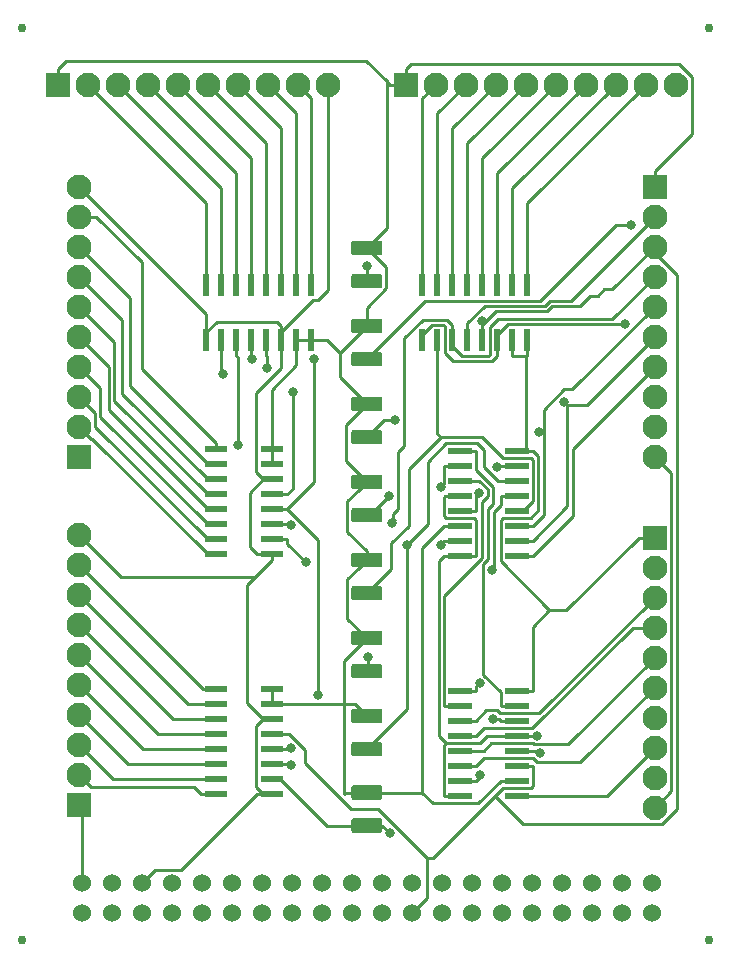
<source format=gbr>
G04 #@! TF.GenerationSoftware,KiCad,Pcbnew,(5.1.2-1)-1*
G04 #@! TF.CreationDate,2019-07-02T18:03:37-05:00*
G04 #@! TF.ProjectId,multiSPI,6d756c74-6953-4504-992e-6b696361645f,rev?*
G04 #@! TF.SameCoordinates,Original*
G04 #@! TF.FileFunction,Copper,L1,Top*
G04 #@! TF.FilePolarity,Positive*
%FSLAX46Y46*%
G04 Gerber Fmt 4.6, Leading zero omitted, Abs format (unit mm)*
G04 Created by KiCad (PCBNEW (5.1.2-1)-1) date 2019-07-02 18:03:37*
%MOMM*%
%LPD*%
G04 APERTURE LIST*
%ADD10C,0.750000*%
%ADD11C,2.100000*%
%ADD12R,2.100000X2.100000*%
%ADD13R,2.057400X0.609600*%
%ADD14R,0.558800X1.981200*%
%ADD15R,1.981200X0.558800*%
%ADD16C,1.524000*%
%ADD17C,0.100000*%
%ADD18C,1.250000*%
%ADD19C,0.800000*%
%ADD20C,0.250000*%
G04 APERTURE END LIST*
D10*
X113030000Y-121666000D03*
X171196000Y-121666000D03*
X171196000Y-44450000D03*
X113030000Y-44450000D03*
D11*
X166624000Y-110490000D03*
X166624000Y-107950000D03*
X166624000Y-105410000D03*
X166624000Y-102870000D03*
X166624000Y-100330000D03*
X166624000Y-97790000D03*
X166624000Y-95250000D03*
X166624000Y-92710000D03*
X166624000Y-90170000D03*
D12*
X166624000Y-87630000D03*
D13*
X154940000Y-100584000D03*
X154940000Y-101854000D03*
X154940000Y-103124000D03*
X154940000Y-104394000D03*
X154940000Y-105664000D03*
X154940000Y-106934000D03*
X154940000Y-108204000D03*
X154940000Y-109474000D03*
X150139400Y-109474000D03*
X150139400Y-108204000D03*
X150139400Y-106934000D03*
X150139400Y-105664000D03*
X150139400Y-104394000D03*
X150139400Y-103124000D03*
X150139400Y-101854000D03*
X150139400Y-100584000D03*
X154940000Y-80264000D03*
X154940000Y-81534000D03*
X154940000Y-82804000D03*
X154940000Y-84074000D03*
X154940000Y-85344000D03*
X154940000Y-86614000D03*
X154940000Y-87884000D03*
X154940000Y-89154000D03*
X150139400Y-89154000D03*
X150139400Y-87884000D03*
X150139400Y-86614000D03*
X150139400Y-85344000D03*
X150139400Y-84074000D03*
X150139400Y-82804000D03*
X150139400Y-81534000D03*
X150139400Y-80264000D03*
D14*
X155829000Y-70942200D03*
X154559000Y-70942200D03*
X153289000Y-70942200D03*
X152019000Y-70942200D03*
X150749000Y-70942200D03*
X149479000Y-70942200D03*
X148209000Y-70942200D03*
X146939000Y-70942200D03*
X146939000Y-66217800D03*
X148209000Y-66217800D03*
X149479000Y-66217800D03*
X150749000Y-66217800D03*
X152019000Y-66217800D03*
X153289000Y-66217800D03*
X154559000Y-66217800D03*
X155829000Y-66217800D03*
X137541000Y-70942200D03*
X136271000Y-70942200D03*
X135001000Y-70942200D03*
X133731000Y-70942200D03*
X132461000Y-70942200D03*
X131191000Y-70942200D03*
X129921000Y-70942200D03*
X128651000Y-70942200D03*
X128651000Y-66217800D03*
X129921000Y-66217800D03*
X131191000Y-66217800D03*
X132461000Y-66217800D03*
X133731000Y-66217800D03*
X135001000Y-66217800D03*
X136271000Y-66217800D03*
X137541000Y-66217800D03*
D15*
X134188200Y-80137000D03*
X134188200Y-81407000D03*
X134188200Y-82677000D03*
X134188200Y-83947000D03*
X134188200Y-85217000D03*
X134188200Y-86487000D03*
X134188200Y-87757000D03*
X134188200Y-89027000D03*
X129463800Y-89027000D03*
X129463800Y-87757000D03*
X129463800Y-86487000D03*
X129463800Y-85217000D03*
X129463800Y-83947000D03*
X129463800Y-82677000D03*
X129463800Y-81407000D03*
X129463800Y-80137000D03*
X134188200Y-100457000D03*
X134188200Y-101727000D03*
X134188200Y-102997000D03*
X134188200Y-104267000D03*
X134188200Y-105537000D03*
X134188200Y-106807000D03*
X134188200Y-108077000D03*
X134188200Y-109347000D03*
X129463800Y-109347000D03*
X129463800Y-108077000D03*
X129463800Y-106807000D03*
X129463800Y-105537000D03*
X129463800Y-104267000D03*
X129463800Y-102997000D03*
X129463800Y-101727000D03*
X129463800Y-100457000D03*
D16*
X166370000Y-116840000D03*
X166370000Y-119380000D03*
X163830000Y-116840000D03*
X163830000Y-119380000D03*
X161290000Y-116840000D03*
X161290000Y-119380000D03*
X158750000Y-116840000D03*
X158750000Y-119380000D03*
X156210000Y-116840000D03*
X156210000Y-119380000D03*
X153670000Y-116840000D03*
X153670000Y-119380000D03*
X151130000Y-116840000D03*
X151130000Y-119380000D03*
X148590000Y-116840000D03*
X148590000Y-119380000D03*
X146050000Y-116840000D03*
X146050000Y-119380000D03*
X143510000Y-116840000D03*
X143510000Y-119380000D03*
X140970000Y-116840000D03*
X140970000Y-119380000D03*
X138430000Y-116840000D03*
X138430000Y-119380000D03*
X135890000Y-116840000D03*
X135890000Y-119380000D03*
X133350000Y-116840000D03*
X133350000Y-119380000D03*
X130810000Y-116840000D03*
X130810000Y-119380000D03*
X128270000Y-116840000D03*
X128270000Y-119380000D03*
X125730000Y-116840000D03*
X125730000Y-119380000D03*
X123190000Y-116840000D03*
X123190000Y-119380000D03*
X120650000Y-116840000D03*
X120650000Y-119380000D03*
X118110000Y-116840000D03*
X118110000Y-119380000D03*
D17*
G36*
X143339504Y-62492204D02*
G01*
X143363773Y-62495804D01*
X143387571Y-62501765D01*
X143410671Y-62510030D01*
X143432849Y-62520520D01*
X143453893Y-62533133D01*
X143473598Y-62547747D01*
X143491777Y-62564223D01*
X143508253Y-62582402D01*
X143522867Y-62602107D01*
X143535480Y-62623151D01*
X143545970Y-62645329D01*
X143554235Y-62668429D01*
X143560196Y-62692227D01*
X143563796Y-62716496D01*
X143565000Y-62741000D01*
X143565000Y-63491000D01*
X143563796Y-63515504D01*
X143560196Y-63539773D01*
X143554235Y-63563571D01*
X143545970Y-63586671D01*
X143535480Y-63608849D01*
X143522867Y-63629893D01*
X143508253Y-63649598D01*
X143491777Y-63667777D01*
X143473598Y-63684253D01*
X143453893Y-63698867D01*
X143432849Y-63711480D01*
X143410671Y-63721970D01*
X143387571Y-63730235D01*
X143363773Y-63736196D01*
X143339504Y-63739796D01*
X143315000Y-63741000D01*
X141165000Y-63741000D01*
X141140496Y-63739796D01*
X141116227Y-63736196D01*
X141092429Y-63730235D01*
X141069329Y-63721970D01*
X141047151Y-63711480D01*
X141026107Y-63698867D01*
X141006402Y-63684253D01*
X140988223Y-63667777D01*
X140971747Y-63649598D01*
X140957133Y-63629893D01*
X140944520Y-63608849D01*
X140934030Y-63586671D01*
X140925765Y-63563571D01*
X140919804Y-63539773D01*
X140916204Y-63515504D01*
X140915000Y-63491000D01*
X140915000Y-62741000D01*
X140916204Y-62716496D01*
X140919804Y-62692227D01*
X140925765Y-62668429D01*
X140934030Y-62645329D01*
X140944520Y-62623151D01*
X140957133Y-62602107D01*
X140971747Y-62582402D01*
X140988223Y-62564223D01*
X141006402Y-62547747D01*
X141026107Y-62533133D01*
X141047151Y-62520520D01*
X141069329Y-62510030D01*
X141092429Y-62501765D01*
X141116227Y-62495804D01*
X141140496Y-62492204D01*
X141165000Y-62491000D01*
X143315000Y-62491000D01*
X143339504Y-62492204D01*
X143339504Y-62492204D01*
G37*
D18*
X142240000Y-63116000D03*
D17*
G36*
X143339504Y-65292204D02*
G01*
X143363773Y-65295804D01*
X143387571Y-65301765D01*
X143410671Y-65310030D01*
X143432849Y-65320520D01*
X143453893Y-65333133D01*
X143473598Y-65347747D01*
X143491777Y-65364223D01*
X143508253Y-65382402D01*
X143522867Y-65402107D01*
X143535480Y-65423151D01*
X143545970Y-65445329D01*
X143554235Y-65468429D01*
X143560196Y-65492227D01*
X143563796Y-65516496D01*
X143565000Y-65541000D01*
X143565000Y-66291000D01*
X143563796Y-66315504D01*
X143560196Y-66339773D01*
X143554235Y-66363571D01*
X143545970Y-66386671D01*
X143535480Y-66408849D01*
X143522867Y-66429893D01*
X143508253Y-66449598D01*
X143491777Y-66467777D01*
X143473598Y-66484253D01*
X143453893Y-66498867D01*
X143432849Y-66511480D01*
X143410671Y-66521970D01*
X143387571Y-66530235D01*
X143363773Y-66536196D01*
X143339504Y-66539796D01*
X143315000Y-66541000D01*
X141165000Y-66541000D01*
X141140496Y-66539796D01*
X141116227Y-66536196D01*
X141092429Y-66530235D01*
X141069329Y-66521970D01*
X141047151Y-66511480D01*
X141026107Y-66498867D01*
X141006402Y-66484253D01*
X140988223Y-66467777D01*
X140971747Y-66449598D01*
X140957133Y-66429893D01*
X140944520Y-66408849D01*
X140934030Y-66386671D01*
X140925765Y-66363571D01*
X140919804Y-66339773D01*
X140916204Y-66315504D01*
X140915000Y-66291000D01*
X140915000Y-65541000D01*
X140916204Y-65516496D01*
X140919804Y-65492227D01*
X140925765Y-65468429D01*
X140934030Y-65445329D01*
X140944520Y-65423151D01*
X140957133Y-65402107D01*
X140971747Y-65382402D01*
X140988223Y-65364223D01*
X141006402Y-65347747D01*
X141026107Y-65333133D01*
X141047151Y-65320520D01*
X141069329Y-65310030D01*
X141092429Y-65301765D01*
X141116227Y-65295804D01*
X141140496Y-65292204D01*
X141165000Y-65291000D01*
X143315000Y-65291000D01*
X143339504Y-65292204D01*
X143339504Y-65292204D01*
G37*
D18*
X142240000Y-65916000D03*
D17*
G36*
X143339504Y-69096204D02*
G01*
X143363773Y-69099804D01*
X143387571Y-69105765D01*
X143410671Y-69114030D01*
X143432849Y-69124520D01*
X143453893Y-69137133D01*
X143473598Y-69151747D01*
X143491777Y-69168223D01*
X143508253Y-69186402D01*
X143522867Y-69206107D01*
X143535480Y-69227151D01*
X143545970Y-69249329D01*
X143554235Y-69272429D01*
X143560196Y-69296227D01*
X143563796Y-69320496D01*
X143565000Y-69345000D01*
X143565000Y-70095000D01*
X143563796Y-70119504D01*
X143560196Y-70143773D01*
X143554235Y-70167571D01*
X143545970Y-70190671D01*
X143535480Y-70212849D01*
X143522867Y-70233893D01*
X143508253Y-70253598D01*
X143491777Y-70271777D01*
X143473598Y-70288253D01*
X143453893Y-70302867D01*
X143432849Y-70315480D01*
X143410671Y-70325970D01*
X143387571Y-70334235D01*
X143363773Y-70340196D01*
X143339504Y-70343796D01*
X143315000Y-70345000D01*
X141165000Y-70345000D01*
X141140496Y-70343796D01*
X141116227Y-70340196D01*
X141092429Y-70334235D01*
X141069329Y-70325970D01*
X141047151Y-70315480D01*
X141026107Y-70302867D01*
X141006402Y-70288253D01*
X140988223Y-70271777D01*
X140971747Y-70253598D01*
X140957133Y-70233893D01*
X140944520Y-70212849D01*
X140934030Y-70190671D01*
X140925765Y-70167571D01*
X140919804Y-70143773D01*
X140916204Y-70119504D01*
X140915000Y-70095000D01*
X140915000Y-69345000D01*
X140916204Y-69320496D01*
X140919804Y-69296227D01*
X140925765Y-69272429D01*
X140934030Y-69249329D01*
X140944520Y-69227151D01*
X140957133Y-69206107D01*
X140971747Y-69186402D01*
X140988223Y-69168223D01*
X141006402Y-69151747D01*
X141026107Y-69137133D01*
X141047151Y-69124520D01*
X141069329Y-69114030D01*
X141092429Y-69105765D01*
X141116227Y-69099804D01*
X141140496Y-69096204D01*
X141165000Y-69095000D01*
X143315000Y-69095000D01*
X143339504Y-69096204D01*
X143339504Y-69096204D01*
G37*
D18*
X142240000Y-69720000D03*
D17*
G36*
X143339504Y-71896204D02*
G01*
X143363773Y-71899804D01*
X143387571Y-71905765D01*
X143410671Y-71914030D01*
X143432849Y-71924520D01*
X143453893Y-71937133D01*
X143473598Y-71951747D01*
X143491777Y-71968223D01*
X143508253Y-71986402D01*
X143522867Y-72006107D01*
X143535480Y-72027151D01*
X143545970Y-72049329D01*
X143554235Y-72072429D01*
X143560196Y-72096227D01*
X143563796Y-72120496D01*
X143565000Y-72145000D01*
X143565000Y-72895000D01*
X143563796Y-72919504D01*
X143560196Y-72943773D01*
X143554235Y-72967571D01*
X143545970Y-72990671D01*
X143535480Y-73012849D01*
X143522867Y-73033893D01*
X143508253Y-73053598D01*
X143491777Y-73071777D01*
X143473598Y-73088253D01*
X143453893Y-73102867D01*
X143432849Y-73115480D01*
X143410671Y-73125970D01*
X143387571Y-73134235D01*
X143363773Y-73140196D01*
X143339504Y-73143796D01*
X143315000Y-73145000D01*
X141165000Y-73145000D01*
X141140496Y-73143796D01*
X141116227Y-73140196D01*
X141092429Y-73134235D01*
X141069329Y-73125970D01*
X141047151Y-73115480D01*
X141026107Y-73102867D01*
X141006402Y-73088253D01*
X140988223Y-73071777D01*
X140971747Y-73053598D01*
X140957133Y-73033893D01*
X140944520Y-73012849D01*
X140934030Y-72990671D01*
X140925765Y-72967571D01*
X140919804Y-72943773D01*
X140916204Y-72919504D01*
X140915000Y-72895000D01*
X140915000Y-72145000D01*
X140916204Y-72120496D01*
X140919804Y-72096227D01*
X140925765Y-72072429D01*
X140934030Y-72049329D01*
X140944520Y-72027151D01*
X140957133Y-72006107D01*
X140971747Y-71986402D01*
X140988223Y-71968223D01*
X141006402Y-71951747D01*
X141026107Y-71937133D01*
X141047151Y-71924520D01*
X141069329Y-71914030D01*
X141092429Y-71905765D01*
X141116227Y-71899804D01*
X141140496Y-71896204D01*
X141165000Y-71895000D01*
X143315000Y-71895000D01*
X143339504Y-71896204D01*
X143339504Y-71896204D01*
G37*
D18*
X142240000Y-72520000D03*
D17*
G36*
X143339504Y-75700204D02*
G01*
X143363773Y-75703804D01*
X143387571Y-75709765D01*
X143410671Y-75718030D01*
X143432849Y-75728520D01*
X143453893Y-75741133D01*
X143473598Y-75755747D01*
X143491777Y-75772223D01*
X143508253Y-75790402D01*
X143522867Y-75810107D01*
X143535480Y-75831151D01*
X143545970Y-75853329D01*
X143554235Y-75876429D01*
X143560196Y-75900227D01*
X143563796Y-75924496D01*
X143565000Y-75949000D01*
X143565000Y-76699000D01*
X143563796Y-76723504D01*
X143560196Y-76747773D01*
X143554235Y-76771571D01*
X143545970Y-76794671D01*
X143535480Y-76816849D01*
X143522867Y-76837893D01*
X143508253Y-76857598D01*
X143491777Y-76875777D01*
X143473598Y-76892253D01*
X143453893Y-76906867D01*
X143432849Y-76919480D01*
X143410671Y-76929970D01*
X143387571Y-76938235D01*
X143363773Y-76944196D01*
X143339504Y-76947796D01*
X143315000Y-76949000D01*
X141165000Y-76949000D01*
X141140496Y-76947796D01*
X141116227Y-76944196D01*
X141092429Y-76938235D01*
X141069329Y-76929970D01*
X141047151Y-76919480D01*
X141026107Y-76906867D01*
X141006402Y-76892253D01*
X140988223Y-76875777D01*
X140971747Y-76857598D01*
X140957133Y-76837893D01*
X140944520Y-76816849D01*
X140934030Y-76794671D01*
X140925765Y-76771571D01*
X140919804Y-76747773D01*
X140916204Y-76723504D01*
X140915000Y-76699000D01*
X140915000Y-75949000D01*
X140916204Y-75924496D01*
X140919804Y-75900227D01*
X140925765Y-75876429D01*
X140934030Y-75853329D01*
X140944520Y-75831151D01*
X140957133Y-75810107D01*
X140971747Y-75790402D01*
X140988223Y-75772223D01*
X141006402Y-75755747D01*
X141026107Y-75741133D01*
X141047151Y-75728520D01*
X141069329Y-75718030D01*
X141092429Y-75709765D01*
X141116227Y-75703804D01*
X141140496Y-75700204D01*
X141165000Y-75699000D01*
X143315000Y-75699000D01*
X143339504Y-75700204D01*
X143339504Y-75700204D01*
G37*
D18*
X142240000Y-76324000D03*
D17*
G36*
X143339504Y-78500204D02*
G01*
X143363773Y-78503804D01*
X143387571Y-78509765D01*
X143410671Y-78518030D01*
X143432849Y-78528520D01*
X143453893Y-78541133D01*
X143473598Y-78555747D01*
X143491777Y-78572223D01*
X143508253Y-78590402D01*
X143522867Y-78610107D01*
X143535480Y-78631151D01*
X143545970Y-78653329D01*
X143554235Y-78676429D01*
X143560196Y-78700227D01*
X143563796Y-78724496D01*
X143565000Y-78749000D01*
X143565000Y-79499000D01*
X143563796Y-79523504D01*
X143560196Y-79547773D01*
X143554235Y-79571571D01*
X143545970Y-79594671D01*
X143535480Y-79616849D01*
X143522867Y-79637893D01*
X143508253Y-79657598D01*
X143491777Y-79675777D01*
X143473598Y-79692253D01*
X143453893Y-79706867D01*
X143432849Y-79719480D01*
X143410671Y-79729970D01*
X143387571Y-79738235D01*
X143363773Y-79744196D01*
X143339504Y-79747796D01*
X143315000Y-79749000D01*
X141165000Y-79749000D01*
X141140496Y-79747796D01*
X141116227Y-79744196D01*
X141092429Y-79738235D01*
X141069329Y-79729970D01*
X141047151Y-79719480D01*
X141026107Y-79706867D01*
X141006402Y-79692253D01*
X140988223Y-79675777D01*
X140971747Y-79657598D01*
X140957133Y-79637893D01*
X140944520Y-79616849D01*
X140934030Y-79594671D01*
X140925765Y-79571571D01*
X140919804Y-79547773D01*
X140916204Y-79523504D01*
X140915000Y-79499000D01*
X140915000Y-78749000D01*
X140916204Y-78724496D01*
X140919804Y-78700227D01*
X140925765Y-78676429D01*
X140934030Y-78653329D01*
X140944520Y-78631151D01*
X140957133Y-78610107D01*
X140971747Y-78590402D01*
X140988223Y-78572223D01*
X141006402Y-78555747D01*
X141026107Y-78541133D01*
X141047151Y-78528520D01*
X141069329Y-78518030D01*
X141092429Y-78509765D01*
X141116227Y-78503804D01*
X141140496Y-78500204D01*
X141165000Y-78499000D01*
X143315000Y-78499000D01*
X143339504Y-78500204D01*
X143339504Y-78500204D01*
G37*
D18*
X142240000Y-79124000D03*
D17*
G36*
X143339504Y-82304204D02*
G01*
X143363773Y-82307804D01*
X143387571Y-82313765D01*
X143410671Y-82322030D01*
X143432849Y-82332520D01*
X143453893Y-82345133D01*
X143473598Y-82359747D01*
X143491777Y-82376223D01*
X143508253Y-82394402D01*
X143522867Y-82414107D01*
X143535480Y-82435151D01*
X143545970Y-82457329D01*
X143554235Y-82480429D01*
X143560196Y-82504227D01*
X143563796Y-82528496D01*
X143565000Y-82553000D01*
X143565000Y-83303000D01*
X143563796Y-83327504D01*
X143560196Y-83351773D01*
X143554235Y-83375571D01*
X143545970Y-83398671D01*
X143535480Y-83420849D01*
X143522867Y-83441893D01*
X143508253Y-83461598D01*
X143491777Y-83479777D01*
X143473598Y-83496253D01*
X143453893Y-83510867D01*
X143432849Y-83523480D01*
X143410671Y-83533970D01*
X143387571Y-83542235D01*
X143363773Y-83548196D01*
X143339504Y-83551796D01*
X143315000Y-83553000D01*
X141165000Y-83553000D01*
X141140496Y-83551796D01*
X141116227Y-83548196D01*
X141092429Y-83542235D01*
X141069329Y-83533970D01*
X141047151Y-83523480D01*
X141026107Y-83510867D01*
X141006402Y-83496253D01*
X140988223Y-83479777D01*
X140971747Y-83461598D01*
X140957133Y-83441893D01*
X140944520Y-83420849D01*
X140934030Y-83398671D01*
X140925765Y-83375571D01*
X140919804Y-83351773D01*
X140916204Y-83327504D01*
X140915000Y-83303000D01*
X140915000Y-82553000D01*
X140916204Y-82528496D01*
X140919804Y-82504227D01*
X140925765Y-82480429D01*
X140934030Y-82457329D01*
X140944520Y-82435151D01*
X140957133Y-82414107D01*
X140971747Y-82394402D01*
X140988223Y-82376223D01*
X141006402Y-82359747D01*
X141026107Y-82345133D01*
X141047151Y-82332520D01*
X141069329Y-82322030D01*
X141092429Y-82313765D01*
X141116227Y-82307804D01*
X141140496Y-82304204D01*
X141165000Y-82303000D01*
X143315000Y-82303000D01*
X143339504Y-82304204D01*
X143339504Y-82304204D01*
G37*
D18*
X142240000Y-82928000D03*
D17*
G36*
X143339504Y-85104204D02*
G01*
X143363773Y-85107804D01*
X143387571Y-85113765D01*
X143410671Y-85122030D01*
X143432849Y-85132520D01*
X143453893Y-85145133D01*
X143473598Y-85159747D01*
X143491777Y-85176223D01*
X143508253Y-85194402D01*
X143522867Y-85214107D01*
X143535480Y-85235151D01*
X143545970Y-85257329D01*
X143554235Y-85280429D01*
X143560196Y-85304227D01*
X143563796Y-85328496D01*
X143565000Y-85353000D01*
X143565000Y-86103000D01*
X143563796Y-86127504D01*
X143560196Y-86151773D01*
X143554235Y-86175571D01*
X143545970Y-86198671D01*
X143535480Y-86220849D01*
X143522867Y-86241893D01*
X143508253Y-86261598D01*
X143491777Y-86279777D01*
X143473598Y-86296253D01*
X143453893Y-86310867D01*
X143432849Y-86323480D01*
X143410671Y-86333970D01*
X143387571Y-86342235D01*
X143363773Y-86348196D01*
X143339504Y-86351796D01*
X143315000Y-86353000D01*
X141165000Y-86353000D01*
X141140496Y-86351796D01*
X141116227Y-86348196D01*
X141092429Y-86342235D01*
X141069329Y-86333970D01*
X141047151Y-86323480D01*
X141026107Y-86310867D01*
X141006402Y-86296253D01*
X140988223Y-86279777D01*
X140971747Y-86261598D01*
X140957133Y-86241893D01*
X140944520Y-86220849D01*
X140934030Y-86198671D01*
X140925765Y-86175571D01*
X140919804Y-86151773D01*
X140916204Y-86127504D01*
X140915000Y-86103000D01*
X140915000Y-85353000D01*
X140916204Y-85328496D01*
X140919804Y-85304227D01*
X140925765Y-85280429D01*
X140934030Y-85257329D01*
X140944520Y-85235151D01*
X140957133Y-85214107D01*
X140971747Y-85194402D01*
X140988223Y-85176223D01*
X141006402Y-85159747D01*
X141026107Y-85145133D01*
X141047151Y-85132520D01*
X141069329Y-85122030D01*
X141092429Y-85113765D01*
X141116227Y-85107804D01*
X141140496Y-85104204D01*
X141165000Y-85103000D01*
X143315000Y-85103000D01*
X143339504Y-85104204D01*
X143339504Y-85104204D01*
G37*
D18*
X142240000Y-85728000D03*
D17*
G36*
X143339504Y-88908204D02*
G01*
X143363773Y-88911804D01*
X143387571Y-88917765D01*
X143410671Y-88926030D01*
X143432849Y-88936520D01*
X143453893Y-88949133D01*
X143473598Y-88963747D01*
X143491777Y-88980223D01*
X143508253Y-88998402D01*
X143522867Y-89018107D01*
X143535480Y-89039151D01*
X143545970Y-89061329D01*
X143554235Y-89084429D01*
X143560196Y-89108227D01*
X143563796Y-89132496D01*
X143565000Y-89157000D01*
X143565000Y-89907000D01*
X143563796Y-89931504D01*
X143560196Y-89955773D01*
X143554235Y-89979571D01*
X143545970Y-90002671D01*
X143535480Y-90024849D01*
X143522867Y-90045893D01*
X143508253Y-90065598D01*
X143491777Y-90083777D01*
X143473598Y-90100253D01*
X143453893Y-90114867D01*
X143432849Y-90127480D01*
X143410671Y-90137970D01*
X143387571Y-90146235D01*
X143363773Y-90152196D01*
X143339504Y-90155796D01*
X143315000Y-90157000D01*
X141165000Y-90157000D01*
X141140496Y-90155796D01*
X141116227Y-90152196D01*
X141092429Y-90146235D01*
X141069329Y-90137970D01*
X141047151Y-90127480D01*
X141026107Y-90114867D01*
X141006402Y-90100253D01*
X140988223Y-90083777D01*
X140971747Y-90065598D01*
X140957133Y-90045893D01*
X140944520Y-90024849D01*
X140934030Y-90002671D01*
X140925765Y-89979571D01*
X140919804Y-89955773D01*
X140916204Y-89931504D01*
X140915000Y-89907000D01*
X140915000Y-89157000D01*
X140916204Y-89132496D01*
X140919804Y-89108227D01*
X140925765Y-89084429D01*
X140934030Y-89061329D01*
X140944520Y-89039151D01*
X140957133Y-89018107D01*
X140971747Y-88998402D01*
X140988223Y-88980223D01*
X141006402Y-88963747D01*
X141026107Y-88949133D01*
X141047151Y-88936520D01*
X141069329Y-88926030D01*
X141092429Y-88917765D01*
X141116227Y-88911804D01*
X141140496Y-88908204D01*
X141165000Y-88907000D01*
X143315000Y-88907000D01*
X143339504Y-88908204D01*
X143339504Y-88908204D01*
G37*
D18*
X142240000Y-89532000D03*
D17*
G36*
X143339504Y-91708204D02*
G01*
X143363773Y-91711804D01*
X143387571Y-91717765D01*
X143410671Y-91726030D01*
X143432849Y-91736520D01*
X143453893Y-91749133D01*
X143473598Y-91763747D01*
X143491777Y-91780223D01*
X143508253Y-91798402D01*
X143522867Y-91818107D01*
X143535480Y-91839151D01*
X143545970Y-91861329D01*
X143554235Y-91884429D01*
X143560196Y-91908227D01*
X143563796Y-91932496D01*
X143565000Y-91957000D01*
X143565000Y-92707000D01*
X143563796Y-92731504D01*
X143560196Y-92755773D01*
X143554235Y-92779571D01*
X143545970Y-92802671D01*
X143535480Y-92824849D01*
X143522867Y-92845893D01*
X143508253Y-92865598D01*
X143491777Y-92883777D01*
X143473598Y-92900253D01*
X143453893Y-92914867D01*
X143432849Y-92927480D01*
X143410671Y-92937970D01*
X143387571Y-92946235D01*
X143363773Y-92952196D01*
X143339504Y-92955796D01*
X143315000Y-92957000D01*
X141165000Y-92957000D01*
X141140496Y-92955796D01*
X141116227Y-92952196D01*
X141092429Y-92946235D01*
X141069329Y-92937970D01*
X141047151Y-92927480D01*
X141026107Y-92914867D01*
X141006402Y-92900253D01*
X140988223Y-92883777D01*
X140971747Y-92865598D01*
X140957133Y-92845893D01*
X140944520Y-92824849D01*
X140934030Y-92802671D01*
X140925765Y-92779571D01*
X140919804Y-92755773D01*
X140916204Y-92731504D01*
X140915000Y-92707000D01*
X140915000Y-91957000D01*
X140916204Y-91932496D01*
X140919804Y-91908227D01*
X140925765Y-91884429D01*
X140934030Y-91861329D01*
X140944520Y-91839151D01*
X140957133Y-91818107D01*
X140971747Y-91798402D01*
X140988223Y-91780223D01*
X141006402Y-91763747D01*
X141026107Y-91749133D01*
X141047151Y-91736520D01*
X141069329Y-91726030D01*
X141092429Y-91717765D01*
X141116227Y-91711804D01*
X141140496Y-91708204D01*
X141165000Y-91707000D01*
X143315000Y-91707000D01*
X143339504Y-91708204D01*
X143339504Y-91708204D01*
G37*
D18*
X142240000Y-92332000D03*
D17*
G36*
X143339504Y-95512204D02*
G01*
X143363773Y-95515804D01*
X143387571Y-95521765D01*
X143410671Y-95530030D01*
X143432849Y-95540520D01*
X143453893Y-95553133D01*
X143473598Y-95567747D01*
X143491777Y-95584223D01*
X143508253Y-95602402D01*
X143522867Y-95622107D01*
X143535480Y-95643151D01*
X143545970Y-95665329D01*
X143554235Y-95688429D01*
X143560196Y-95712227D01*
X143563796Y-95736496D01*
X143565000Y-95761000D01*
X143565000Y-96511000D01*
X143563796Y-96535504D01*
X143560196Y-96559773D01*
X143554235Y-96583571D01*
X143545970Y-96606671D01*
X143535480Y-96628849D01*
X143522867Y-96649893D01*
X143508253Y-96669598D01*
X143491777Y-96687777D01*
X143473598Y-96704253D01*
X143453893Y-96718867D01*
X143432849Y-96731480D01*
X143410671Y-96741970D01*
X143387571Y-96750235D01*
X143363773Y-96756196D01*
X143339504Y-96759796D01*
X143315000Y-96761000D01*
X141165000Y-96761000D01*
X141140496Y-96759796D01*
X141116227Y-96756196D01*
X141092429Y-96750235D01*
X141069329Y-96741970D01*
X141047151Y-96731480D01*
X141026107Y-96718867D01*
X141006402Y-96704253D01*
X140988223Y-96687777D01*
X140971747Y-96669598D01*
X140957133Y-96649893D01*
X140944520Y-96628849D01*
X140934030Y-96606671D01*
X140925765Y-96583571D01*
X140919804Y-96559773D01*
X140916204Y-96535504D01*
X140915000Y-96511000D01*
X140915000Y-95761000D01*
X140916204Y-95736496D01*
X140919804Y-95712227D01*
X140925765Y-95688429D01*
X140934030Y-95665329D01*
X140944520Y-95643151D01*
X140957133Y-95622107D01*
X140971747Y-95602402D01*
X140988223Y-95584223D01*
X141006402Y-95567747D01*
X141026107Y-95553133D01*
X141047151Y-95540520D01*
X141069329Y-95530030D01*
X141092429Y-95521765D01*
X141116227Y-95515804D01*
X141140496Y-95512204D01*
X141165000Y-95511000D01*
X143315000Y-95511000D01*
X143339504Y-95512204D01*
X143339504Y-95512204D01*
G37*
D18*
X142240000Y-96136000D03*
D17*
G36*
X143339504Y-98312204D02*
G01*
X143363773Y-98315804D01*
X143387571Y-98321765D01*
X143410671Y-98330030D01*
X143432849Y-98340520D01*
X143453893Y-98353133D01*
X143473598Y-98367747D01*
X143491777Y-98384223D01*
X143508253Y-98402402D01*
X143522867Y-98422107D01*
X143535480Y-98443151D01*
X143545970Y-98465329D01*
X143554235Y-98488429D01*
X143560196Y-98512227D01*
X143563796Y-98536496D01*
X143565000Y-98561000D01*
X143565000Y-99311000D01*
X143563796Y-99335504D01*
X143560196Y-99359773D01*
X143554235Y-99383571D01*
X143545970Y-99406671D01*
X143535480Y-99428849D01*
X143522867Y-99449893D01*
X143508253Y-99469598D01*
X143491777Y-99487777D01*
X143473598Y-99504253D01*
X143453893Y-99518867D01*
X143432849Y-99531480D01*
X143410671Y-99541970D01*
X143387571Y-99550235D01*
X143363773Y-99556196D01*
X143339504Y-99559796D01*
X143315000Y-99561000D01*
X141165000Y-99561000D01*
X141140496Y-99559796D01*
X141116227Y-99556196D01*
X141092429Y-99550235D01*
X141069329Y-99541970D01*
X141047151Y-99531480D01*
X141026107Y-99518867D01*
X141006402Y-99504253D01*
X140988223Y-99487777D01*
X140971747Y-99469598D01*
X140957133Y-99449893D01*
X140944520Y-99428849D01*
X140934030Y-99406671D01*
X140925765Y-99383571D01*
X140919804Y-99359773D01*
X140916204Y-99335504D01*
X140915000Y-99311000D01*
X140915000Y-98561000D01*
X140916204Y-98536496D01*
X140919804Y-98512227D01*
X140925765Y-98488429D01*
X140934030Y-98465329D01*
X140944520Y-98443151D01*
X140957133Y-98422107D01*
X140971747Y-98402402D01*
X140988223Y-98384223D01*
X141006402Y-98367747D01*
X141026107Y-98353133D01*
X141047151Y-98340520D01*
X141069329Y-98330030D01*
X141092429Y-98321765D01*
X141116227Y-98315804D01*
X141140496Y-98312204D01*
X141165000Y-98311000D01*
X143315000Y-98311000D01*
X143339504Y-98312204D01*
X143339504Y-98312204D01*
G37*
D18*
X142240000Y-98936000D03*
D17*
G36*
X143339504Y-104916204D02*
G01*
X143363773Y-104919804D01*
X143387571Y-104925765D01*
X143410671Y-104934030D01*
X143432849Y-104944520D01*
X143453893Y-104957133D01*
X143473598Y-104971747D01*
X143491777Y-104988223D01*
X143508253Y-105006402D01*
X143522867Y-105026107D01*
X143535480Y-105047151D01*
X143545970Y-105069329D01*
X143554235Y-105092429D01*
X143560196Y-105116227D01*
X143563796Y-105140496D01*
X143565000Y-105165000D01*
X143565000Y-105915000D01*
X143563796Y-105939504D01*
X143560196Y-105963773D01*
X143554235Y-105987571D01*
X143545970Y-106010671D01*
X143535480Y-106032849D01*
X143522867Y-106053893D01*
X143508253Y-106073598D01*
X143491777Y-106091777D01*
X143473598Y-106108253D01*
X143453893Y-106122867D01*
X143432849Y-106135480D01*
X143410671Y-106145970D01*
X143387571Y-106154235D01*
X143363773Y-106160196D01*
X143339504Y-106163796D01*
X143315000Y-106165000D01*
X141165000Y-106165000D01*
X141140496Y-106163796D01*
X141116227Y-106160196D01*
X141092429Y-106154235D01*
X141069329Y-106145970D01*
X141047151Y-106135480D01*
X141026107Y-106122867D01*
X141006402Y-106108253D01*
X140988223Y-106091777D01*
X140971747Y-106073598D01*
X140957133Y-106053893D01*
X140944520Y-106032849D01*
X140934030Y-106010671D01*
X140925765Y-105987571D01*
X140919804Y-105963773D01*
X140916204Y-105939504D01*
X140915000Y-105915000D01*
X140915000Y-105165000D01*
X140916204Y-105140496D01*
X140919804Y-105116227D01*
X140925765Y-105092429D01*
X140934030Y-105069329D01*
X140944520Y-105047151D01*
X140957133Y-105026107D01*
X140971747Y-105006402D01*
X140988223Y-104988223D01*
X141006402Y-104971747D01*
X141026107Y-104957133D01*
X141047151Y-104944520D01*
X141069329Y-104934030D01*
X141092429Y-104925765D01*
X141116227Y-104919804D01*
X141140496Y-104916204D01*
X141165000Y-104915000D01*
X143315000Y-104915000D01*
X143339504Y-104916204D01*
X143339504Y-104916204D01*
G37*
D18*
X142240000Y-105540000D03*
D17*
G36*
X143339504Y-102116204D02*
G01*
X143363773Y-102119804D01*
X143387571Y-102125765D01*
X143410671Y-102134030D01*
X143432849Y-102144520D01*
X143453893Y-102157133D01*
X143473598Y-102171747D01*
X143491777Y-102188223D01*
X143508253Y-102206402D01*
X143522867Y-102226107D01*
X143535480Y-102247151D01*
X143545970Y-102269329D01*
X143554235Y-102292429D01*
X143560196Y-102316227D01*
X143563796Y-102340496D01*
X143565000Y-102365000D01*
X143565000Y-103115000D01*
X143563796Y-103139504D01*
X143560196Y-103163773D01*
X143554235Y-103187571D01*
X143545970Y-103210671D01*
X143535480Y-103232849D01*
X143522867Y-103253893D01*
X143508253Y-103273598D01*
X143491777Y-103291777D01*
X143473598Y-103308253D01*
X143453893Y-103322867D01*
X143432849Y-103335480D01*
X143410671Y-103345970D01*
X143387571Y-103354235D01*
X143363773Y-103360196D01*
X143339504Y-103363796D01*
X143315000Y-103365000D01*
X141165000Y-103365000D01*
X141140496Y-103363796D01*
X141116227Y-103360196D01*
X141092429Y-103354235D01*
X141069329Y-103345970D01*
X141047151Y-103335480D01*
X141026107Y-103322867D01*
X141006402Y-103308253D01*
X140988223Y-103291777D01*
X140971747Y-103273598D01*
X140957133Y-103253893D01*
X140944520Y-103232849D01*
X140934030Y-103210671D01*
X140925765Y-103187571D01*
X140919804Y-103163773D01*
X140916204Y-103139504D01*
X140915000Y-103115000D01*
X140915000Y-102365000D01*
X140916204Y-102340496D01*
X140919804Y-102316227D01*
X140925765Y-102292429D01*
X140934030Y-102269329D01*
X140944520Y-102247151D01*
X140957133Y-102226107D01*
X140971747Y-102206402D01*
X140988223Y-102188223D01*
X141006402Y-102171747D01*
X141026107Y-102157133D01*
X141047151Y-102144520D01*
X141069329Y-102134030D01*
X141092429Y-102125765D01*
X141116227Y-102119804D01*
X141140496Y-102116204D01*
X141165000Y-102115000D01*
X143315000Y-102115000D01*
X143339504Y-102116204D01*
X143339504Y-102116204D01*
G37*
D18*
X142240000Y-102740000D03*
D17*
G36*
X143339504Y-108596204D02*
G01*
X143363773Y-108599804D01*
X143387571Y-108605765D01*
X143410671Y-108614030D01*
X143432849Y-108624520D01*
X143453893Y-108637133D01*
X143473598Y-108651747D01*
X143491777Y-108668223D01*
X143508253Y-108686402D01*
X143522867Y-108706107D01*
X143535480Y-108727151D01*
X143545970Y-108749329D01*
X143554235Y-108772429D01*
X143560196Y-108796227D01*
X143563796Y-108820496D01*
X143565000Y-108845000D01*
X143565000Y-109595000D01*
X143563796Y-109619504D01*
X143560196Y-109643773D01*
X143554235Y-109667571D01*
X143545970Y-109690671D01*
X143535480Y-109712849D01*
X143522867Y-109733893D01*
X143508253Y-109753598D01*
X143491777Y-109771777D01*
X143473598Y-109788253D01*
X143453893Y-109802867D01*
X143432849Y-109815480D01*
X143410671Y-109825970D01*
X143387571Y-109834235D01*
X143363773Y-109840196D01*
X143339504Y-109843796D01*
X143315000Y-109845000D01*
X141165000Y-109845000D01*
X141140496Y-109843796D01*
X141116227Y-109840196D01*
X141092429Y-109834235D01*
X141069329Y-109825970D01*
X141047151Y-109815480D01*
X141026107Y-109802867D01*
X141006402Y-109788253D01*
X140988223Y-109771777D01*
X140971747Y-109753598D01*
X140957133Y-109733893D01*
X140944520Y-109712849D01*
X140934030Y-109690671D01*
X140925765Y-109667571D01*
X140919804Y-109643773D01*
X140916204Y-109619504D01*
X140915000Y-109595000D01*
X140915000Y-108845000D01*
X140916204Y-108820496D01*
X140919804Y-108796227D01*
X140925765Y-108772429D01*
X140934030Y-108749329D01*
X140944520Y-108727151D01*
X140957133Y-108706107D01*
X140971747Y-108686402D01*
X140988223Y-108668223D01*
X141006402Y-108651747D01*
X141026107Y-108637133D01*
X141047151Y-108624520D01*
X141069329Y-108614030D01*
X141092429Y-108605765D01*
X141116227Y-108599804D01*
X141140496Y-108596204D01*
X141165000Y-108595000D01*
X143315000Y-108595000D01*
X143339504Y-108596204D01*
X143339504Y-108596204D01*
G37*
D18*
X142240000Y-109220000D03*
D17*
G36*
X143339504Y-111396204D02*
G01*
X143363773Y-111399804D01*
X143387571Y-111405765D01*
X143410671Y-111414030D01*
X143432849Y-111424520D01*
X143453893Y-111437133D01*
X143473598Y-111451747D01*
X143491777Y-111468223D01*
X143508253Y-111486402D01*
X143522867Y-111506107D01*
X143535480Y-111527151D01*
X143545970Y-111549329D01*
X143554235Y-111572429D01*
X143560196Y-111596227D01*
X143563796Y-111620496D01*
X143565000Y-111645000D01*
X143565000Y-112395000D01*
X143563796Y-112419504D01*
X143560196Y-112443773D01*
X143554235Y-112467571D01*
X143545970Y-112490671D01*
X143535480Y-112512849D01*
X143522867Y-112533893D01*
X143508253Y-112553598D01*
X143491777Y-112571777D01*
X143473598Y-112588253D01*
X143453893Y-112602867D01*
X143432849Y-112615480D01*
X143410671Y-112625970D01*
X143387571Y-112634235D01*
X143363773Y-112640196D01*
X143339504Y-112643796D01*
X143315000Y-112645000D01*
X141165000Y-112645000D01*
X141140496Y-112643796D01*
X141116227Y-112640196D01*
X141092429Y-112634235D01*
X141069329Y-112625970D01*
X141047151Y-112615480D01*
X141026107Y-112602867D01*
X141006402Y-112588253D01*
X140988223Y-112571777D01*
X140971747Y-112553598D01*
X140957133Y-112533893D01*
X140944520Y-112512849D01*
X140934030Y-112490671D01*
X140925765Y-112467571D01*
X140919804Y-112443773D01*
X140916204Y-112419504D01*
X140915000Y-112395000D01*
X140915000Y-111645000D01*
X140916204Y-111620496D01*
X140919804Y-111596227D01*
X140925765Y-111572429D01*
X140934030Y-111549329D01*
X140944520Y-111527151D01*
X140957133Y-111506107D01*
X140971747Y-111486402D01*
X140988223Y-111468223D01*
X141006402Y-111451747D01*
X141026107Y-111437133D01*
X141047151Y-111424520D01*
X141069329Y-111414030D01*
X141092429Y-111405765D01*
X141116227Y-111399804D01*
X141140496Y-111396204D01*
X141165000Y-111395000D01*
X143315000Y-111395000D01*
X143339504Y-111396204D01*
X143339504Y-111396204D01*
G37*
D18*
X142240000Y-112020000D03*
D11*
X166624000Y-80772000D03*
X166624000Y-78232000D03*
X166624000Y-75692000D03*
X166624000Y-73152000D03*
X166624000Y-70612000D03*
X166624000Y-68072000D03*
X166624000Y-65532000D03*
X166624000Y-62992000D03*
X166624000Y-60452000D03*
D12*
X166624000Y-57912000D03*
D11*
X168402000Y-49276000D03*
X165862000Y-49276000D03*
X163322000Y-49276000D03*
X160782000Y-49276000D03*
X158242000Y-49276000D03*
X155702000Y-49276000D03*
X153162000Y-49276000D03*
X150622000Y-49276000D03*
X148082000Y-49276000D03*
D12*
X145542000Y-49276000D03*
D11*
X138938000Y-49276000D03*
X136398000Y-49276000D03*
X133858000Y-49276000D03*
X131318000Y-49276000D03*
X128778000Y-49276000D03*
X126238000Y-49276000D03*
X123698000Y-49276000D03*
X121158000Y-49276000D03*
X118618000Y-49276000D03*
D12*
X116078000Y-49276000D03*
D11*
X117856000Y-57912000D03*
X117856000Y-60452000D03*
X117856000Y-62992000D03*
X117856000Y-65532000D03*
X117856000Y-68072000D03*
X117856000Y-70612000D03*
X117856000Y-73152000D03*
X117856000Y-75692000D03*
X117856000Y-78232000D03*
D12*
X117856000Y-80772000D03*
D11*
X117856000Y-87376000D03*
X117856000Y-89916000D03*
X117856000Y-92456000D03*
X117856000Y-94996000D03*
X117856000Y-97536000D03*
X117856000Y-100076000D03*
X117856000Y-102616000D03*
X117856000Y-105156000D03*
X117856000Y-107696000D03*
D12*
X117856000Y-110236000D03*
D19*
X156669200Y-104394000D03*
X164061800Y-69573600D03*
X151773700Y-83836600D03*
X142240000Y-64672300D03*
X148506600Y-88243100D03*
X164600500Y-61174200D03*
X158953400Y-76169400D03*
X144609400Y-77639000D03*
X156827800Y-78689500D03*
X144092300Y-84137000D03*
X135782800Y-86544300D03*
X135782300Y-106924900D03*
X152943500Y-102972900D03*
X131296200Y-79769500D03*
X144396800Y-86364600D03*
X135960700Y-75319300D03*
X151958800Y-69324000D03*
X133757500Y-73313200D03*
X137790900Y-72547000D03*
X138115200Y-100970000D03*
X135789800Y-105414900D03*
X132511700Y-72547000D03*
X156928900Y-105856700D03*
X151788700Y-107723000D03*
X144190700Y-112687500D03*
X153264500Y-81658900D03*
X137079500Y-89735000D03*
X145606900Y-88249600D03*
X152854700Y-90361900D03*
X130050000Y-73797900D03*
X142301800Y-97702300D03*
X148502700Y-83390000D03*
X151784900Y-99935000D03*
D20*
X133477000Y-82677000D02*
X132873000Y-82072600D01*
X132873000Y-82072600D02*
X132873000Y-75407400D01*
X132873000Y-75407400D02*
X135001000Y-73279000D01*
X135001000Y-73279000D02*
X135001000Y-70942200D01*
X117856000Y-87376000D02*
X121412000Y-90932000D01*
X121412000Y-90932000D02*
X132812300Y-90932000D01*
X132812300Y-90932000D02*
X132813000Y-90932000D01*
X132813000Y-90932000D02*
X132954000Y-90790300D01*
X128651000Y-70231000D02*
X128651000Y-70942200D01*
X135001000Y-70231000D02*
X135001000Y-69701600D01*
X135001000Y-69701600D02*
X134641000Y-69342000D01*
X134641000Y-69342000D02*
X129540000Y-69342000D01*
X129540000Y-69342000D02*
X128651000Y-70231000D01*
X135001000Y-70942200D02*
X135001000Y-70231000D01*
X135001000Y-70942200D02*
X135001000Y-70231000D01*
X128651000Y-70942200D02*
X128651000Y-70231000D01*
X128651000Y-70231000D02*
X128651000Y-68707000D01*
X128651000Y-68707000D02*
X117856000Y-57912000D01*
X133477000Y-102997000D02*
X132080000Y-101600000D01*
X132080000Y-101600000D02*
X132080000Y-91664600D01*
X132080000Y-91664600D02*
X132812300Y-90932000D01*
X132812300Y-90932000D02*
X132954000Y-90790300D01*
X133477000Y-102997000D02*
X134188000Y-102997000D01*
X134188000Y-102997000D02*
X134188200Y-102997000D01*
X134188200Y-109347000D02*
X133477000Y-109347000D01*
X123190000Y-116840000D02*
X124277000Y-115753000D01*
X124277000Y-115753000D02*
X126542000Y-115753000D01*
X126542000Y-115753000D02*
X132948000Y-109347000D01*
X132948000Y-109347000D02*
X133477000Y-109347000D01*
X133477000Y-109347000D02*
X132873000Y-108743000D01*
X132873000Y-108743000D02*
X132873000Y-103601000D01*
X132873000Y-103601000D02*
X133477000Y-102997000D01*
X133477000Y-82677000D02*
X134188000Y-82677000D01*
X134188000Y-82677000D02*
X134188200Y-82677000D01*
X150139400Y-109474000D02*
X148785400Y-109474000D01*
X154940000Y-104394000D02*
X153586000Y-104394000D01*
X150139400Y-84074000D02*
X148898000Y-84074000D01*
X150139400Y-89154000D02*
X151493400Y-89154000D01*
X148785400Y-109474000D02*
X148785400Y-105188900D01*
X148785400Y-105188900D02*
X148940400Y-105033900D01*
X154940000Y-104394000D02*
X156294000Y-104394000D01*
X156294000Y-104394000D02*
X156669200Y-104394000D01*
X135001000Y-70231000D02*
X137699000Y-67533400D01*
X137699000Y-67533400D02*
X138080000Y-67533400D01*
X138080000Y-67533400D02*
X138938000Y-66675800D01*
X138938000Y-66675800D02*
X138938000Y-49276000D01*
X166624000Y-110490000D02*
X167999400Y-109114600D01*
X167999400Y-109114600D02*
X167999400Y-82147400D01*
X167999400Y-82147400D02*
X166624000Y-80772000D01*
X132954000Y-90790300D02*
X134188000Y-89556400D01*
X134188000Y-89556400D02*
X134188000Y-89291700D01*
X134188000Y-89291700D02*
X134188000Y-89027000D01*
X134188000Y-89027000D02*
X132948000Y-89027000D01*
X132948000Y-89027000D02*
X132334000Y-88413400D01*
X132334000Y-88413400D02*
X132334000Y-83820000D01*
X132334000Y-83820000D02*
X133477000Y-82677000D01*
X134188000Y-89291700D02*
X134188200Y-89291500D01*
X134188200Y-89291500D02*
X134188200Y-89027000D01*
X153586000Y-104394000D02*
X152445100Y-104394000D01*
X152445100Y-104394000D02*
X151805200Y-105033900D01*
X151805200Y-105033900D02*
X148940400Y-105033900D01*
X148940400Y-105033900D02*
X148335000Y-104428500D01*
X148335000Y-104428500D02*
X148335000Y-89604400D01*
X148335000Y-89604400D02*
X148785400Y-89154000D01*
X150139400Y-89154000D02*
X148785400Y-89154000D01*
X153289000Y-70942200D02*
X153289000Y-72258100D01*
X151493400Y-89154000D02*
X151493400Y-86123400D01*
X151493400Y-86123400D02*
X151349000Y-85979000D01*
X151349000Y-85979000D02*
X148980800Y-85979000D01*
X148980800Y-85979000D02*
X148785400Y-85783600D01*
X148785400Y-85783600D02*
X148785400Y-84186600D01*
X148785400Y-84186600D02*
X148898000Y-84074000D01*
X146939000Y-70942200D02*
X146939000Y-70454100D01*
X146939000Y-70454100D02*
X147766900Y-69626200D01*
X147766900Y-69626200D02*
X148715500Y-69626200D01*
X148715500Y-69626200D02*
X148842000Y-69752700D01*
X148842000Y-69752700D02*
X148842000Y-72046500D01*
X148842000Y-72046500D02*
X149503900Y-72708400D01*
X149503900Y-72708400D02*
X152838700Y-72708400D01*
X152838700Y-72708400D02*
X153289000Y-72258100D01*
X153289000Y-70942200D02*
X153289000Y-70463900D01*
X153289000Y-70463900D02*
X154179300Y-69573600D01*
X154179300Y-69573600D02*
X164061800Y-69573600D01*
X117856000Y-89916000D02*
X128397000Y-100457000D01*
X128397000Y-100457000D02*
X129463800Y-100457000D01*
X129463800Y-100457000D02*
X129464000Y-100457000D01*
X117856000Y-92456000D02*
X127127000Y-101727000D01*
X127127000Y-101727000D02*
X129463800Y-101727000D01*
X129463800Y-101727000D02*
X129464000Y-101727000D01*
X117856000Y-94996000D02*
X125857000Y-102997000D01*
X125857000Y-102997000D02*
X129463800Y-102997000D01*
X129463800Y-102997000D02*
X129464000Y-102997000D01*
X117856000Y-97536000D02*
X124587000Y-104267000D01*
X124587000Y-104267000D02*
X129463800Y-104267000D01*
X129463800Y-104267000D02*
X129464000Y-104267000D01*
X117856000Y-100076000D02*
X123317000Y-105537000D01*
X123317000Y-105537000D02*
X129463800Y-105537000D01*
X129463800Y-105537000D02*
X129464000Y-105537000D01*
X117856000Y-102616000D02*
X122047000Y-106807000D01*
X122047000Y-106807000D02*
X129463800Y-106807000D01*
X129463800Y-106807000D02*
X129464000Y-106807000D01*
X117856000Y-105156000D02*
X120777000Y-108077000D01*
X120777000Y-108077000D02*
X129463800Y-108077000D01*
X129463800Y-108077000D02*
X129464000Y-108077000D01*
X117856000Y-107696000D02*
X118906000Y-108746000D01*
X118906000Y-108746000D02*
X127622000Y-108746000D01*
X127622000Y-108746000D02*
X128223000Y-109347000D01*
X128223000Y-109347000D02*
X129463800Y-109347000D01*
X129463800Y-109347000D02*
X129464000Y-109347000D01*
X118110000Y-116840000D02*
X118110000Y-110490000D01*
X118110000Y-110490000D02*
X117856000Y-110236000D01*
X145542000Y-49276000D02*
X145542000Y-47976000D01*
X145542000Y-47976000D02*
X146020000Y-47498000D01*
X146020000Y-47498000D02*
X168659000Y-47498000D01*
X168659000Y-47498000D02*
X169777000Y-48616000D01*
X169777000Y-48616000D02*
X169777000Y-53459000D01*
X169777000Y-53459000D02*
X166624000Y-56612000D01*
X166624000Y-56612000D02*
X166624000Y-57912000D01*
X136271000Y-70942200D02*
X137541000Y-70942200D01*
X140335000Y-101727000D02*
X141227000Y-101727000D01*
X141227000Y-101727000D02*
X142240000Y-102740000D01*
X140335000Y-101727000D02*
X140335000Y-98041000D01*
X140335000Y-98041000D02*
X142240000Y-96136000D01*
X142240000Y-82928000D02*
X140462000Y-81150000D01*
X140462000Y-81150000D02*
X140462000Y-78102000D01*
X140462000Y-78102000D02*
X141544000Y-77019700D01*
X141544000Y-77019700D02*
X142240000Y-76324000D01*
X142240000Y-76324000D02*
X139954000Y-74038000D01*
X139954000Y-74038000D02*
X139954000Y-72006000D01*
X139954000Y-72006000D02*
X142240000Y-69720000D01*
X140335000Y-101727000D02*
X134188200Y-101727000D01*
X134188200Y-101727000D02*
X134188000Y-101727000D01*
X134188000Y-101727000D02*
X134188000Y-100457000D01*
X134188200Y-100457000D02*
X134188000Y-100457000D01*
X142240000Y-89532000D02*
X142240000Y-88807000D01*
X142240000Y-88807000D02*
X140590000Y-87157000D01*
X140590000Y-87157000D02*
X140590000Y-84578000D01*
X140590000Y-84578000D02*
X141544000Y-83623700D01*
X141544000Y-83623700D02*
X142240000Y-82928000D01*
X139954000Y-72006000D02*
X138890000Y-70942200D01*
X138890000Y-70942200D02*
X137541000Y-70942200D01*
X134188000Y-80046300D02*
X134188200Y-80046500D01*
X134188200Y-80046500D02*
X134188200Y-80137000D01*
X136271000Y-70942200D02*
X136271000Y-73025000D01*
X136271000Y-73025000D02*
X134188000Y-75107800D01*
X134188000Y-75107800D02*
X134188000Y-80046300D01*
X154940000Y-100584000D02*
X156294000Y-100584000D01*
X140335000Y-101727000D02*
X140335000Y-109347000D01*
X140335000Y-109347000D02*
X140462000Y-109220000D01*
X140462000Y-109220000D02*
X142240000Y-109220000D01*
X134188000Y-80046300D02*
X134188000Y-80726600D01*
X134188000Y-80726600D02*
X134188000Y-81407000D01*
X134188000Y-80726600D02*
X134188200Y-80726800D01*
X134188200Y-80726800D02*
X134188200Y-81407000D01*
X154940000Y-108204000D02*
X153586000Y-108204000D01*
X142240000Y-69720000D02*
X142240000Y-68179200D01*
X142240000Y-68179200D02*
X143890000Y-66529200D01*
X143890000Y-66529200D02*
X143890000Y-64766000D01*
X143890000Y-64766000D02*
X142936000Y-63811700D01*
X142936000Y-63811700D02*
X142240000Y-63116000D01*
X116078000Y-49276000D02*
X116078000Y-47976000D01*
X116078000Y-47976000D02*
X116810000Y-47244000D01*
X116810000Y-47244000D02*
X142210000Y-47244000D01*
X142210000Y-47244000D02*
X143954000Y-48988000D01*
X143954000Y-48988000D02*
X144242000Y-49276000D01*
X144242000Y-49276000D02*
X145542000Y-49276000D01*
X143954000Y-48988000D02*
X143954000Y-61402000D01*
X143954000Y-61402000D02*
X142240000Y-63116000D01*
X142240000Y-96136000D02*
X140590000Y-94486000D01*
X140590000Y-94486000D02*
X140590000Y-91182000D01*
X140590000Y-91182000D02*
X141544000Y-90227700D01*
X141544000Y-90227700D02*
X142240000Y-89532000D01*
X150139400Y-86614000D02*
X148785400Y-86614000D01*
X142240000Y-109220000D02*
X146919300Y-109220000D01*
X153586000Y-108204000D02*
X151685800Y-110104200D01*
X151685800Y-110104200D02*
X147803500Y-110104200D01*
X147803500Y-110104200D02*
X146919300Y-109220000D01*
X146919300Y-109220000D02*
X146919300Y-88480100D01*
X146919300Y-88480100D02*
X148785400Y-86614000D01*
X166624000Y-87630000D02*
X165248700Y-87630000D01*
X157698600Y-93759400D02*
X156294000Y-95164000D01*
X156294000Y-95164000D02*
X156294000Y-100584000D01*
X165248700Y-87630000D02*
X159119300Y-93759400D01*
X159119300Y-93759400D02*
X157698600Y-93759400D01*
X157698600Y-93759400D02*
X153585900Y-89646700D01*
X153585900Y-89646700D02*
X153585900Y-86139000D01*
X153585900Y-86139000D02*
X153741100Y-85983800D01*
X153741100Y-85983800D02*
X156099300Y-85983800D01*
X156099300Y-85983800D02*
X156744700Y-85338400D01*
X156744700Y-85338400D02*
X156744700Y-80714700D01*
X156744700Y-80714700D02*
X156294000Y-80264000D01*
X154559000Y-70942200D02*
X154559000Y-72258100D01*
X155829000Y-70942200D02*
X155829000Y-72258100D01*
X154940000Y-80264000D02*
X155744000Y-80264000D01*
X155744000Y-80264000D02*
X156294000Y-80264000D01*
X155744000Y-80264000D02*
X155744000Y-72258100D01*
X154559000Y-72258100D02*
X155744000Y-72258100D01*
X155744000Y-72258100D02*
X155829000Y-72258100D01*
X117856000Y-60452000D02*
X119341000Y-60452000D01*
X119341000Y-60452000D02*
X123190000Y-64301100D01*
X123190000Y-64301100D02*
X123190000Y-73333800D01*
X123190000Y-73333800D02*
X129464000Y-79607600D01*
X129464000Y-79607600D02*
X129464000Y-79872300D01*
X129464000Y-79872300D02*
X129464000Y-80137000D01*
X129464000Y-79872300D02*
X129463800Y-79872500D01*
X129463800Y-79872500D02*
X129463800Y-80137000D01*
X117856000Y-62992000D02*
X122174000Y-67310000D01*
X122174000Y-67310000D02*
X122174000Y-74828400D01*
X122174000Y-74828400D02*
X128753000Y-81407000D01*
X128753000Y-81407000D02*
X129463800Y-81407000D01*
X129463800Y-81407000D02*
X129464000Y-81407000D01*
X117856000Y-65532000D02*
X121527000Y-69203000D01*
X121527000Y-69203000D02*
X121527000Y-75451400D01*
X121527000Y-75451400D02*
X128753000Y-82677000D01*
X128753000Y-82677000D02*
X129463800Y-82677000D01*
X129463800Y-82677000D02*
X129464000Y-82677000D01*
X117856000Y-68072000D02*
X120846000Y-71062000D01*
X120846000Y-71062000D02*
X120846000Y-76040400D01*
X120846000Y-76040400D02*
X128753000Y-83947000D01*
X128753000Y-83947000D02*
X129463800Y-83947000D01*
X129463800Y-83947000D02*
X129464000Y-83947000D01*
X117856000Y-70612000D02*
X120396000Y-73152000D01*
X120396000Y-73152000D02*
X120396000Y-76860400D01*
X120396000Y-76860400D02*
X128753000Y-85217000D01*
X128753000Y-85217000D02*
X129463800Y-85217000D01*
X129463800Y-85217000D02*
X129464000Y-85217000D01*
X117856000Y-73152000D02*
X119681000Y-74977000D01*
X119681000Y-74977000D02*
X119681000Y-77415400D01*
X119681000Y-77415400D02*
X128753000Y-86487000D01*
X128753000Y-86487000D02*
X129463800Y-86487000D01*
X129463800Y-86487000D02*
X129464000Y-86487000D01*
X117856000Y-75692000D02*
X119231000Y-77067000D01*
X119231000Y-77067000D02*
X119231000Y-78235400D01*
X119231000Y-78235400D02*
X128753000Y-87757000D01*
X128753000Y-87757000D02*
X129463800Y-87757000D01*
X129463800Y-87757000D02*
X129464000Y-87757000D01*
X117856000Y-78232000D02*
X118906000Y-79282000D01*
X118906000Y-79282000D02*
X119008000Y-79282000D01*
X119008000Y-79282000D02*
X128753000Y-89027000D01*
X128753000Y-89027000D02*
X129463800Y-89027000D01*
X129463800Y-89027000D02*
X129464000Y-89027000D01*
X137541000Y-66217800D02*
X137541000Y-50419000D01*
X137541000Y-50419000D02*
X136398000Y-49276000D01*
X136271000Y-66217800D02*
X136271000Y-51689000D01*
X136271000Y-51689000D02*
X133858000Y-49276000D01*
X135001000Y-66217800D02*
X135001000Y-52959000D01*
X135001000Y-52959000D02*
X131318000Y-49276000D01*
X133731000Y-66217800D02*
X133731000Y-54229000D01*
X133731000Y-54229000D02*
X128778000Y-49276000D01*
X132461000Y-66217800D02*
X132461000Y-55499000D01*
X132461000Y-55499000D02*
X126238000Y-49276000D01*
X131191000Y-66217800D02*
X131191000Y-56769000D01*
X131191000Y-56769000D02*
X123698000Y-49276000D01*
X129921000Y-66217800D02*
X129921000Y-58039000D01*
X129921000Y-58039000D02*
X121158000Y-49276000D01*
X128651000Y-66217800D02*
X128651000Y-59309000D01*
X128651000Y-59309000D02*
X118618000Y-49276000D01*
X155829000Y-66217800D02*
X155829000Y-59309000D01*
X155829000Y-59309000D02*
X165862000Y-49276000D01*
X154559000Y-66217800D02*
X154559000Y-58039000D01*
X154559000Y-58039000D02*
X163322000Y-49276000D01*
X153289000Y-66217800D02*
X153289000Y-56769000D01*
X153289000Y-56769000D02*
X160782000Y-49276000D01*
X152019000Y-66217800D02*
X152019000Y-55499000D01*
X152019000Y-55499000D02*
X158242000Y-49276000D01*
X150749000Y-66217800D02*
X150749000Y-54229000D01*
X150749000Y-54229000D02*
X155702000Y-49276000D01*
X149479000Y-66217800D02*
X149479000Y-52959000D01*
X149479000Y-52959000D02*
X153162000Y-49276000D01*
X148209000Y-66217800D02*
X148209000Y-51689000D01*
X148209000Y-51689000D02*
X150622000Y-49276000D01*
X146939000Y-66217800D02*
X146939000Y-50419000D01*
X146939000Y-50419000D02*
X148082000Y-49276000D01*
X150139400Y-85344000D02*
X151493400Y-85344000D01*
X151493400Y-85344000D02*
X151493400Y-84116900D01*
X151493400Y-84116900D02*
X151773700Y-83836600D01*
X142240000Y-65916000D02*
X142240000Y-64672300D01*
X150139400Y-87884000D02*
X148785400Y-87884000D01*
X148785400Y-87884000D02*
X148785400Y-87964300D01*
X148785400Y-87964300D02*
X148506600Y-88243100D01*
X154940000Y-89154000D02*
X156294000Y-89154000D01*
X166624000Y-73152000D02*
X159677200Y-80098800D01*
X159677200Y-80098800D02*
X159677200Y-85770800D01*
X159677200Y-85770800D02*
X156294000Y-89154000D01*
X164600500Y-61174200D02*
X163309300Y-61174200D01*
X163309300Y-61174200D02*
X156906300Y-67577200D01*
X156906300Y-67577200D02*
X147182800Y-67577200D01*
X147182800Y-67577200D02*
X142240000Y-72520000D01*
X154940000Y-87884000D02*
X156294000Y-87884000D01*
X166624000Y-70612000D02*
X160842900Y-76393100D01*
X160842900Y-76393100D02*
X159177100Y-76393100D01*
X159177100Y-76393100D02*
X159177100Y-85000900D01*
X159177100Y-85000900D02*
X156294000Y-87884000D01*
X144609400Y-77639000D02*
X143725000Y-77639000D01*
X143725000Y-77639000D02*
X142240000Y-79124000D01*
X159177100Y-76393100D02*
X158953400Y-76169400D01*
X154940000Y-86614000D02*
X156294000Y-86614000D01*
X144092300Y-84137000D02*
X142501300Y-85728000D01*
X142501300Y-85728000D02*
X142240000Y-85728000D01*
X157207100Y-78689500D02*
X156827800Y-78689500D01*
X166624000Y-68072000D02*
X159622700Y-75073300D01*
X159622700Y-75073300D02*
X158939800Y-75073300D01*
X158939800Y-75073300D02*
X157207100Y-76806000D01*
X157207100Y-76806000D02*
X157207100Y-78689500D01*
X157207100Y-78689500D02*
X157207100Y-85700900D01*
X157207100Y-85700900D02*
X156294000Y-86614000D01*
X134188200Y-86487000D02*
X135504100Y-86487000D01*
X135504100Y-86487000D02*
X135561400Y-86544300D01*
X135561400Y-86544300D02*
X135782800Y-86544300D01*
X134188200Y-106807000D02*
X135504100Y-106807000D01*
X135782300Y-106924900D02*
X135622000Y-106924900D01*
X135622000Y-106924900D02*
X135504100Y-106807000D01*
X152943500Y-102972900D02*
X153434900Y-102972900D01*
X153434900Y-102972900D02*
X153586000Y-103124000D01*
X154940000Y-103124000D02*
X153586000Y-103124000D01*
X131296200Y-79769500D02*
X131296200Y-72363300D01*
X131296200Y-72363300D02*
X131191000Y-72258100D01*
X131191000Y-70942200D02*
X131191000Y-72258100D01*
X166624000Y-65532000D02*
X163032700Y-69123300D01*
X163032700Y-69123300D02*
X153372800Y-69123300D01*
X153372800Y-69123300D02*
X152684200Y-69811900D01*
X152684200Y-69811900D02*
X152684200Y-72115400D01*
X152684200Y-72115400D02*
X152541500Y-72258100D01*
X152541500Y-72258100D02*
X150334800Y-72258100D01*
X150334800Y-72258100D02*
X149479000Y-71402300D01*
X149479000Y-71402300D02*
X149479000Y-70942200D01*
X149479000Y-70942200D02*
X149479000Y-69626300D01*
X149479000Y-69626300D02*
X149028500Y-69175800D01*
X149028500Y-69175800D02*
X146964500Y-69175800D01*
X146964500Y-69175800D02*
X145369000Y-70771300D01*
X145369000Y-70771300D02*
X145369000Y-79912600D01*
X145369000Y-79912600D02*
X144918700Y-80362900D01*
X144918700Y-80362900D02*
X144918700Y-85205800D01*
X144918700Y-85205800D02*
X144459500Y-85665000D01*
X144459500Y-85665000D02*
X144459500Y-86038200D01*
X144459500Y-86038200D02*
X144591400Y-86170000D01*
X144591400Y-86170000D02*
X144396800Y-86364600D01*
X134188200Y-83947000D02*
X135504100Y-83947000D01*
X134188200Y-104267000D02*
X135504100Y-104267000D01*
X135504100Y-83947000D02*
X135960700Y-83490400D01*
X135960700Y-83490400D02*
X135960700Y-75319300D01*
X152019000Y-70942200D02*
X152019000Y-69626300D01*
X133757500Y-73313200D02*
X133757500Y-72284600D01*
X133757500Y-72284600D02*
X133731000Y-72258100D01*
X133731000Y-70942200D02*
X133731000Y-72258100D01*
X154940000Y-106934000D02*
X156294000Y-106934000D01*
X146050000Y-119380000D02*
X147320000Y-118110000D01*
X147320000Y-118110000D02*
X147320000Y-114752500D01*
X147320000Y-114752500D02*
X143185000Y-110617500D01*
X143185000Y-110617500D02*
X140938300Y-110617500D01*
X140938300Y-110617500D02*
X137006000Y-106685200D01*
X137006000Y-106685200D02*
X137006000Y-105605300D01*
X137006000Y-105605300D02*
X135667700Y-104267000D01*
X135667700Y-104267000D02*
X135504100Y-104267000D01*
X166624000Y-62992000D02*
X166354700Y-63261300D01*
X166354700Y-63261300D02*
X168482900Y-65389600D01*
X168482900Y-65389600D02*
X168482900Y-110641500D01*
X168482900Y-110641500D02*
X167227100Y-111897300D01*
X167227100Y-111897300D02*
X155496600Y-111897300D01*
X155496600Y-111897300D02*
X153109900Y-109510500D01*
X147320000Y-114752500D02*
X147867900Y-114752500D01*
X147867900Y-114752500D02*
X153109900Y-109510500D01*
X153109900Y-109510500D02*
X153776600Y-108843800D01*
X153776600Y-108843800D02*
X156135400Y-108843800D01*
X156135400Y-108843800D02*
X156294000Y-108685200D01*
X156294000Y-108685200D02*
X156294000Y-106934000D01*
X152019000Y-69626300D02*
X153167500Y-68477800D01*
X153167500Y-68477800D02*
X157504500Y-68477800D01*
X157504500Y-68477800D02*
X157954800Y-68027500D01*
X157954800Y-68027500D02*
X160314800Y-68027500D01*
X160314800Y-68027500D02*
X161174800Y-67167500D01*
X161174800Y-67167500D02*
X161811700Y-67167500D01*
X161811700Y-67167500D02*
X162353100Y-66626100D01*
X162353100Y-66626100D02*
X162989900Y-66626100D01*
X162989900Y-66626100D02*
X166354700Y-63261300D01*
X152019000Y-69626300D02*
X151958800Y-69566100D01*
X151958800Y-69566100D02*
X151958800Y-69324000D01*
X150749000Y-70942200D02*
X150749000Y-69626300D01*
X134188200Y-85217000D02*
X135504100Y-85217000D01*
X135504100Y-85217000D02*
X138115200Y-87828100D01*
X138115200Y-87828100D02*
X138115200Y-100970000D01*
X134188200Y-105537000D02*
X135504100Y-105537000D01*
X135789800Y-105414900D02*
X135626200Y-105414900D01*
X135626200Y-105414900D02*
X135504100Y-105537000D01*
X135504100Y-85217000D02*
X137790900Y-82930200D01*
X137790900Y-82930200D02*
X137790900Y-72547000D01*
X132461000Y-70942200D02*
X132461000Y-72258100D01*
X132461000Y-72258100D02*
X132511700Y-72308800D01*
X132511700Y-72308800D02*
X132511700Y-72547000D01*
X150749000Y-69626300D02*
X150749000Y-69497400D01*
X150749000Y-69497400D02*
X152218900Y-68027500D01*
X152218900Y-68027500D02*
X157317800Y-68027500D01*
X157317800Y-68027500D02*
X157768100Y-67577200D01*
X157768100Y-67577200D02*
X159498800Y-67577200D01*
X159498800Y-67577200D02*
X166624000Y-60452000D01*
X154940000Y-105664000D02*
X156294000Y-105664000D01*
X156294000Y-105664000D02*
X156736200Y-105664000D01*
X156736200Y-105664000D02*
X156928900Y-105856700D01*
X166624000Y-105410000D02*
X162560000Y-109474000D01*
X162560000Y-109474000D02*
X154940000Y-109474000D01*
X150139400Y-108204000D02*
X151493400Y-108204000D01*
X151493400Y-108204000D02*
X151788700Y-107908700D01*
X151788700Y-107908700D02*
X151788700Y-107723000D01*
X150139400Y-106934000D02*
X151493400Y-106934000D01*
X151493400Y-106934000D02*
X152123600Y-106303800D01*
X152123600Y-106303800D02*
X156311600Y-106303800D01*
X156311600Y-106303800D02*
X156639900Y-106632100D01*
X156639900Y-106632100D02*
X160321900Y-106632100D01*
X160321900Y-106632100D02*
X166624000Y-100330000D01*
X150139400Y-105664000D02*
X151493400Y-105664000D01*
X151493400Y-105664000D02*
X152130200Y-105664000D01*
X152130200Y-105664000D02*
X152760300Y-105033900D01*
X152760300Y-105033900D02*
X156283400Y-105033900D01*
X156283400Y-105033900D02*
X156379900Y-105130400D01*
X156379900Y-105130400D02*
X159283600Y-105130400D01*
X159283600Y-105130400D02*
X166624000Y-97790000D01*
X166624000Y-95250000D02*
X164773600Y-95250000D01*
X164773600Y-95250000D02*
X156259700Y-103763900D01*
X156259700Y-103763900D02*
X152123500Y-103763900D01*
X152123500Y-103763900D02*
X151493400Y-104394000D01*
X150139400Y-104394000D02*
X151493400Y-104394000D01*
X150139400Y-103124000D02*
X151493400Y-103124000D01*
X166624000Y-92710000D02*
X156840200Y-102493800D01*
X156840200Y-102493800D02*
X153490200Y-102493800D01*
X153490200Y-102493800D02*
X153242500Y-102246100D01*
X153242500Y-102246100D02*
X152371300Y-102246100D01*
X152371300Y-102246100D02*
X151493400Y-103124000D01*
X134188000Y-108077000D02*
X134188200Y-108077000D01*
X134188200Y-108077000D02*
X134899000Y-108077000D01*
X134899000Y-108077000D02*
X138842000Y-112020000D01*
X138842000Y-112020000D02*
X142240000Y-112020000D01*
X154940000Y-81534000D02*
X153586000Y-81534000D01*
X153264500Y-81658900D02*
X153461100Y-81658900D01*
X153461100Y-81658900D02*
X153586000Y-81534000D01*
X142240000Y-112020000D02*
X143523200Y-112020000D01*
X143523200Y-112020000D02*
X144190700Y-112687500D01*
X137079500Y-89735000D02*
X135504100Y-88159600D01*
X135504100Y-88159600D02*
X135504100Y-87757000D01*
X134188200Y-87757000D02*
X135504100Y-87757000D01*
X142240000Y-105540000D02*
X145606900Y-102173100D01*
X145606900Y-102173100D02*
X145606900Y-88249600D01*
X145606900Y-88249600D02*
X147410700Y-86445800D01*
X147410700Y-86445800D02*
X147410700Y-81199100D01*
X147410700Y-81199100D02*
X148982400Y-79627400D01*
X148982400Y-79627400D02*
X151547200Y-79627400D01*
X151547200Y-79627400D02*
X152148000Y-80228200D01*
X152148000Y-80228200D02*
X152148000Y-81616900D01*
X152148000Y-81616900D02*
X153335100Y-82804000D01*
X153335100Y-82804000D02*
X154940000Y-82804000D01*
X154940000Y-84074000D02*
X153586000Y-84074000D01*
X152854700Y-90361900D02*
X152990100Y-90226500D01*
X152990100Y-90226500D02*
X152990100Y-85492600D01*
X152990100Y-85492600D02*
X153586000Y-84896700D01*
X153586000Y-84896700D02*
X153586000Y-84074000D01*
X129921000Y-70942200D02*
X129921000Y-73668900D01*
X129921000Y-73668900D02*
X130050000Y-73797900D01*
X142240000Y-98936000D02*
X142301800Y-98874200D01*
X142301800Y-98874200D02*
X142301800Y-97702300D01*
X148527400Y-79149400D02*
X148209000Y-78831000D01*
X148209000Y-78831000D02*
X148209000Y-70942200D01*
X142240000Y-92332000D02*
X144315300Y-90256700D01*
X144315300Y-90256700D02*
X144315300Y-88121600D01*
X144315300Y-88121600D02*
X145819400Y-86617500D01*
X145819400Y-86617500D02*
X145819400Y-81857400D01*
X145819400Y-81857400D02*
X148527400Y-79149400D01*
X148527400Y-79149400D02*
X152016200Y-79149400D01*
X152016200Y-79149400D02*
X153760900Y-80894100D01*
X153760900Y-80894100D02*
X156127400Y-80894100D01*
X156127400Y-80894100D02*
X156294000Y-81060700D01*
X156294000Y-81060700D02*
X156294000Y-84513600D01*
X156294000Y-84513600D02*
X155463600Y-85344000D01*
X155463600Y-85344000D02*
X154940000Y-85344000D01*
X150139400Y-101854000D02*
X148785400Y-101854000D01*
X150139400Y-82804000D02*
X151493400Y-82804000D01*
X148785400Y-101854000D02*
X148785400Y-92584000D01*
X148785400Y-92584000D02*
X152016600Y-89352800D01*
X152016600Y-89352800D02*
X152016600Y-84619600D01*
X152016600Y-84619600D02*
X152507500Y-84128700D01*
X152507500Y-84128700D02*
X152507500Y-83544600D01*
X152507500Y-83544600D02*
X151766900Y-82804000D01*
X151766900Y-82804000D02*
X151493400Y-82804000D01*
X151784900Y-99935000D02*
X151493400Y-100226500D01*
X151493400Y-100226500D02*
X151493400Y-100584000D01*
X150139400Y-100584000D02*
X151493400Y-100584000D01*
X150139400Y-81534000D02*
X148785400Y-81534000D01*
X148785400Y-81534000D02*
X148785400Y-83107300D01*
X148785400Y-83107300D02*
X148502700Y-83390000D01*
X150139400Y-80264000D02*
X151493400Y-80264000D01*
X154940000Y-101854000D02*
X153586000Y-101854000D01*
X153586000Y-101854000D02*
X153586000Y-100710300D01*
X153586000Y-100710300D02*
X152102100Y-99226400D01*
X152102100Y-99226400D02*
X152102100Y-89912200D01*
X152102100Y-89912200D02*
X152539700Y-89474600D01*
X152539700Y-89474600D02*
X152539700Y-85205300D01*
X152539700Y-85205300D02*
X152957800Y-84787200D01*
X152957800Y-84787200D02*
X152957800Y-83341500D01*
X152957800Y-83341500D02*
X151493400Y-81877100D01*
X151493400Y-81877100D02*
X151493400Y-80264000D01*
M02*

</source>
